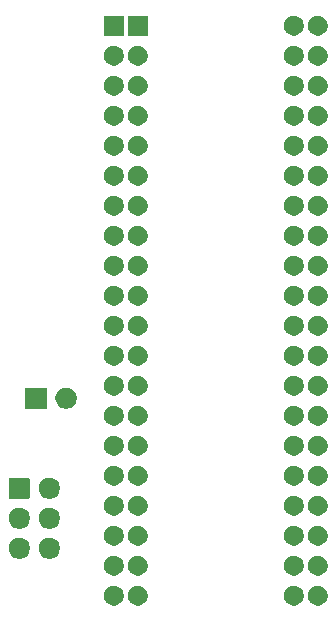
<source format=gbr>
G04 #@! TF.GenerationSoftware,KiCad,Pcbnew,5.1.5+dfsg1-2build2*
G04 #@! TF.CreationDate,2022-03-13T21:19:34-04:00*
G04 #@! TF.ProjectId,vdg_breakout,7664675f-6272-4656-916b-6f75742e6b69,rev?*
G04 #@! TF.SameCoordinates,Original*
G04 #@! TF.FileFunction,Soldermask,Top*
G04 #@! TF.FilePolarity,Negative*
%FSLAX46Y46*%
G04 Gerber Fmt 4.6, Leading zero omitted, Abs format (unit mm)*
G04 Created by KiCad (PCBNEW 5.1.5+dfsg1-2build2) date 2022-03-13 21:19:34*
%MOMM*%
%LPD*%
G04 APERTURE LIST*
%ADD10C,0.100000*%
G04 APERTURE END LIST*
D10*
G36*
X140488229Y-108066704D02*
G01*
X140643101Y-108130854D01*
X140782482Y-108223986D01*
X140901016Y-108342520D01*
X140994148Y-108481901D01*
X141058298Y-108636773D01*
X141091001Y-108801185D01*
X141091001Y-108968817D01*
X141058298Y-109133229D01*
X140994148Y-109288101D01*
X140901016Y-109427482D01*
X140782482Y-109546016D01*
X140643101Y-109639148D01*
X140488229Y-109703298D01*
X140323817Y-109736001D01*
X140156185Y-109736001D01*
X139991773Y-109703298D01*
X139836901Y-109639148D01*
X139697520Y-109546016D01*
X139578986Y-109427482D01*
X139485854Y-109288101D01*
X139421704Y-109133229D01*
X139389001Y-108968817D01*
X139389001Y-108801185D01*
X139421704Y-108636773D01*
X139485854Y-108481901D01*
X139578986Y-108342520D01*
X139697520Y-108223986D01*
X139836901Y-108130854D01*
X139991773Y-108066704D01*
X140156185Y-108034001D01*
X140323817Y-108034001D01*
X140488229Y-108066704D01*
G37*
G36*
X125248229Y-108066704D02*
G01*
X125403101Y-108130854D01*
X125542482Y-108223986D01*
X125661016Y-108342520D01*
X125754148Y-108481901D01*
X125818298Y-108636773D01*
X125851001Y-108801185D01*
X125851001Y-108968817D01*
X125818298Y-109133229D01*
X125754148Y-109288101D01*
X125661016Y-109427482D01*
X125542482Y-109546016D01*
X125403101Y-109639148D01*
X125248229Y-109703298D01*
X125083817Y-109736001D01*
X124916185Y-109736001D01*
X124751773Y-109703298D01*
X124596901Y-109639148D01*
X124457520Y-109546016D01*
X124338986Y-109427482D01*
X124245854Y-109288101D01*
X124181704Y-109133229D01*
X124149001Y-108968817D01*
X124149001Y-108801185D01*
X124181704Y-108636773D01*
X124245854Y-108481901D01*
X124338986Y-108342520D01*
X124457520Y-108223986D01*
X124596901Y-108130854D01*
X124751773Y-108066704D01*
X124916185Y-108034001D01*
X125083817Y-108034001D01*
X125248229Y-108066704D01*
G37*
G36*
X123223228Y-108066704D02*
G01*
X123378100Y-108130854D01*
X123517481Y-108223986D01*
X123636015Y-108342520D01*
X123729147Y-108481901D01*
X123793297Y-108636773D01*
X123826000Y-108801185D01*
X123826000Y-108968817D01*
X123793297Y-109133229D01*
X123729147Y-109288101D01*
X123636015Y-109427482D01*
X123517481Y-109546016D01*
X123378100Y-109639148D01*
X123223228Y-109703298D01*
X123058816Y-109736001D01*
X122891184Y-109736001D01*
X122726772Y-109703298D01*
X122571900Y-109639148D01*
X122432519Y-109546016D01*
X122313985Y-109427482D01*
X122220853Y-109288101D01*
X122156703Y-109133229D01*
X122124000Y-108968817D01*
X122124000Y-108801185D01*
X122156703Y-108636773D01*
X122220853Y-108481901D01*
X122313985Y-108342520D01*
X122432519Y-108223986D01*
X122571900Y-108130854D01*
X122726772Y-108066704D01*
X122891184Y-108034001D01*
X123058816Y-108034001D01*
X123223228Y-108066704D01*
G37*
G36*
X138463228Y-108066704D02*
G01*
X138618100Y-108130854D01*
X138757481Y-108223986D01*
X138876015Y-108342520D01*
X138969147Y-108481901D01*
X139033297Y-108636773D01*
X139066000Y-108801185D01*
X139066000Y-108968817D01*
X139033297Y-109133229D01*
X138969147Y-109288101D01*
X138876015Y-109427482D01*
X138757481Y-109546016D01*
X138618100Y-109639148D01*
X138463228Y-109703298D01*
X138298816Y-109736001D01*
X138131184Y-109736001D01*
X137966772Y-109703298D01*
X137811900Y-109639148D01*
X137672519Y-109546016D01*
X137553985Y-109427482D01*
X137460853Y-109288101D01*
X137396703Y-109133229D01*
X137364000Y-108968817D01*
X137364000Y-108801185D01*
X137396703Y-108636773D01*
X137460853Y-108481901D01*
X137553985Y-108342520D01*
X137672519Y-108223986D01*
X137811900Y-108130854D01*
X137966772Y-108066704D01*
X138131184Y-108034001D01*
X138298816Y-108034001D01*
X138463228Y-108066704D01*
G37*
G36*
X123223228Y-105526704D02*
G01*
X123378100Y-105590854D01*
X123517481Y-105683986D01*
X123636015Y-105802520D01*
X123729147Y-105941901D01*
X123793297Y-106096773D01*
X123826000Y-106261185D01*
X123826000Y-106428817D01*
X123793297Y-106593229D01*
X123729147Y-106748101D01*
X123636015Y-106887482D01*
X123517481Y-107006016D01*
X123378100Y-107099148D01*
X123223228Y-107163298D01*
X123058816Y-107196001D01*
X122891184Y-107196001D01*
X122726772Y-107163298D01*
X122571900Y-107099148D01*
X122432519Y-107006016D01*
X122313985Y-106887482D01*
X122220853Y-106748101D01*
X122156703Y-106593229D01*
X122124000Y-106428817D01*
X122124000Y-106261185D01*
X122156703Y-106096773D01*
X122220853Y-105941901D01*
X122313985Y-105802520D01*
X122432519Y-105683986D01*
X122571900Y-105590854D01*
X122726772Y-105526704D01*
X122891184Y-105494001D01*
X123058816Y-105494001D01*
X123223228Y-105526704D01*
G37*
G36*
X125248229Y-105526704D02*
G01*
X125403101Y-105590854D01*
X125542482Y-105683986D01*
X125661016Y-105802520D01*
X125754148Y-105941901D01*
X125818298Y-106096773D01*
X125851001Y-106261185D01*
X125851001Y-106428817D01*
X125818298Y-106593229D01*
X125754148Y-106748101D01*
X125661016Y-106887482D01*
X125542482Y-107006016D01*
X125403101Y-107099148D01*
X125248229Y-107163298D01*
X125083817Y-107196001D01*
X124916185Y-107196001D01*
X124751773Y-107163298D01*
X124596901Y-107099148D01*
X124457520Y-107006016D01*
X124338986Y-106887482D01*
X124245854Y-106748101D01*
X124181704Y-106593229D01*
X124149001Y-106428817D01*
X124149001Y-106261185D01*
X124181704Y-106096773D01*
X124245854Y-105941901D01*
X124338986Y-105802520D01*
X124457520Y-105683986D01*
X124596901Y-105590854D01*
X124751773Y-105526704D01*
X124916185Y-105494001D01*
X125083817Y-105494001D01*
X125248229Y-105526704D01*
G37*
G36*
X138463228Y-105526704D02*
G01*
X138618100Y-105590854D01*
X138757481Y-105683986D01*
X138876015Y-105802520D01*
X138969147Y-105941901D01*
X139033297Y-106096773D01*
X139066000Y-106261185D01*
X139066000Y-106428817D01*
X139033297Y-106593229D01*
X138969147Y-106748101D01*
X138876015Y-106887482D01*
X138757481Y-107006016D01*
X138618100Y-107099148D01*
X138463228Y-107163298D01*
X138298816Y-107196001D01*
X138131184Y-107196001D01*
X137966772Y-107163298D01*
X137811900Y-107099148D01*
X137672519Y-107006016D01*
X137553985Y-106887482D01*
X137460853Y-106748101D01*
X137396703Y-106593229D01*
X137364000Y-106428817D01*
X137364000Y-106261185D01*
X137396703Y-106096773D01*
X137460853Y-105941901D01*
X137553985Y-105802520D01*
X137672519Y-105683986D01*
X137811900Y-105590854D01*
X137966772Y-105526704D01*
X138131184Y-105494001D01*
X138298816Y-105494001D01*
X138463228Y-105526704D01*
G37*
G36*
X140488229Y-105526704D02*
G01*
X140643101Y-105590854D01*
X140782482Y-105683986D01*
X140901016Y-105802520D01*
X140994148Y-105941901D01*
X141058298Y-106096773D01*
X141091001Y-106261185D01*
X141091001Y-106428817D01*
X141058298Y-106593229D01*
X140994148Y-106748101D01*
X140901016Y-106887482D01*
X140782482Y-107006016D01*
X140643101Y-107099148D01*
X140488229Y-107163298D01*
X140323817Y-107196001D01*
X140156185Y-107196001D01*
X139991773Y-107163298D01*
X139836901Y-107099148D01*
X139697520Y-107006016D01*
X139578986Y-106887482D01*
X139485854Y-106748101D01*
X139421704Y-106593229D01*
X139389001Y-106428817D01*
X139389001Y-106261185D01*
X139421704Y-106096773D01*
X139485854Y-105941901D01*
X139578986Y-105802520D01*
X139697520Y-105683986D01*
X139836901Y-105590854D01*
X139991773Y-105526704D01*
X140156185Y-105494001D01*
X140323817Y-105494001D01*
X140488229Y-105526704D01*
G37*
G36*
X117628512Y-103983927D02*
G01*
X117777812Y-104013624D01*
X117941784Y-104081544D01*
X118089354Y-104180147D01*
X118214853Y-104305646D01*
X118313456Y-104453216D01*
X118381376Y-104617188D01*
X118416000Y-104791259D01*
X118416000Y-104968741D01*
X118381376Y-105142812D01*
X118313456Y-105306784D01*
X118214853Y-105454354D01*
X118089354Y-105579853D01*
X117941784Y-105678456D01*
X117777812Y-105746376D01*
X117628512Y-105776073D01*
X117603742Y-105781000D01*
X117426258Y-105781000D01*
X117401488Y-105776073D01*
X117252188Y-105746376D01*
X117088216Y-105678456D01*
X116940646Y-105579853D01*
X116815147Y-105454354D01*
X116716544Y-105306784D01*
X116648624Y-105142812D01*
X116614000Y-104968741D01*
X116614000Y-104791259D01*
X116648624Y-104617188D01*
X116716544Y-104453216D01*
X116815147Y-104305646D01*
X116940646Y-104180147D01*
X117088216Y-104081544D01*
X117252188Y-104013624D01*
X117401488Y-103983927D01*
X117426258Y-103979000D01*
X117603742Y-103979000D01*
X117628512Y-103983927D01*
G37*
G36*
X115088512Y-103983927D02*
G01*
X115237812Y-104013624D01*
X115401784Y-104081544D01*
X115549354Y-104180147D01*
X115674853Y-104305646D01*
X115773456Y-104453216D01*
X115841376Y-104617188D01*
X115876000Y-104791259D01*
X115876000Y-104968741D01*
X115841376Y-105142812D01*
X115773456Y-105306784D01*
X115674853Y-105454354D01*
X115549354Y-105579853D01*
X115401784Y-105678456D01*
X115237812Y-105746376D01*
X115088512Y-105776073D01*
X115063742Y-105781000D01*
X114886258Y-105781000D01*
X114861488Y-105776073D01*
X114712188Y-105746376D01*
X114548216Y-105678456D01*
X114400646Y-105579853D01*
X114275147Y-105454354D01*
X114176544Y-105306784D01*
X114108624Y-105142812D01*
X114074000Y-104968741D01*
X114074000Y-104791259D01*
X114108624Y-104617188D01*
X114176544Y-104453216D01*
X114275147Y-104305646D01*
X114400646Y-104180147D01*
X114548216Y-104081544D01*
X114712188Y-104013624D01*
X114861488Y-103983927D01*
X114886258Y-103979000D01*
X115063742Y-103979000D01*
X115088512Y-103983927D01*
G37*
G36*
X140488229Y-102986704D02*
G01*
X140643101Y-103050854D01*
X140782482Y-103143986D01*
X140901016Y-103262520D01*
X140994148Y-103401901D01*
X141058298Y-103556773D01*
X141091001Y-103721185D01*
X141091001Y-103888817D01*
X141058298Y-104053229D01*
X140994148Y-104208101D01*
X140901016Y-104347482D01*
X140782482Y-104466016D01*
X140643101Y-104559148D01*
X140488229Y-104623298D01*
X140323817Y-104656001D01*
X140156185Y-104656001D01*
X139991773Y-104623298D01*
X139836901Y-104559148D01*
X139697520Y-104466016D01*
X139578986Y-104347482D01*
X139485854Y-104208101D01*
X139421704Y-104053229D01*
X139389001Y-103888817D01*
X139389001Y-103721185D01*
X139421704Y-103556773D01*
X139485854Y-103401901D01*
X139578986Y-103262520D01*
X139697520Y-103143986D01*
X139836901Y-103050854D01*
X139991773Y-102986704D01*
X140156185Y-102954001D01*
X140323817Y-102954001D01*
X140488229Y-102986704D01*
G37*
G36*
X138463228Y-102986704D02*
G01*
X138618100Y-103050854D01*
X138757481Y-103143986D01*
X138876015Y-103262520D01*
X138969147Y-103401901D01*
X139033297Y-103556773D01*
X139066000Y-103721185D01*
X139066000Y-103888817D01*
X139033297Y-104053229D01*
X138969147Y-104208101D01*
X138876015Y-104347482D01*
X138757481Y-104466016D01*
X138618100Y-104559148D01*
X138463228Y-104623298D01*
X138298816Y-104656001D01*
X138131184Y-104656001D01*
X137966772Y-104623298D01*
X137811900Y-104559148D01*
X137672519Y-104466016D01*
X137553985Y-104347482D01*
X137460853Y-104208101D01*
X137396703Y-104053229D01*
X137364000Y-103888817D01*
X137364000Y-103721185D01*
X137396703Y-103556773D01*
X137460853Y-103401901D01*
X137553985Y-103262520D01*
X137672519Y-103143986D01*
X137811900Y-103050854D01*
X137966772Y-102986704D01*
X138131184Y-102954001D01*
X138298816Y-102954001D01*
X138463228Y-102986704D01*
G37*
G36*
X125248229Y-102986704D02*
G01*
X125403101Y-103050854D01*
X125542482Y-103143986D01*
X125661016Y-103262520D01*
X125754148Y-103401901D01*
X125818298Y-103556773D01*
X125851001Y-103721185D01*
X125851001Y-103888817D01*
X125818298Y-104053229D01*
X125754148Y-104208101D01*
X125661016Y-104347482D01*
X125542482Y-104466016D01*
X125403101Y-104559148D01*
X125248229Y-104623298D01*
X125083817Y-104656001D01*
X124916185Y-104656001D01*
X124751773Y-104623298D01*
X124596901Y-104559148D01*
X124457520Y-104466016D01*
X124338986Y-104347482D01*
X124245854Y-104208101D01*
X124181704Y-104053229D01*
X124149001Y-103888817D01*
X124149001Y-103721185D01*
X124181704Y-103556773D01*
X124245854Y-103401901D01*
X124338986Y-103262520D01*
X124457520Y-103143986D01*
X124596901Y-103050854D01*
X124751773Y-102986704D01*
X124916185Y-102954001D01*
X125083817Y-102954001D01*
X125248229Y-102986704D01*
G37*
G36*
X123223228Y-102986704D02*
G01*
X123378100Y-103050854D01*
X123517481Y-103143986D01*
X123636015Y-103262520D01*
X123729147Y-103401901D01*
X123793297Y-103556773D01*
X123826000Y-103721185D01*
X123826000Y-103888817D01*
X123793297Y-104053229D01*
X123729147Y-104208101D01*
X123636015Y-104347482D01*
X123517481Y-104466016D01*
X123378100Y-104559148D01*
X123223228Y-104623298D01*
X123058816Y-104656001D01*
X122891184Y-104656001D01*
X122726772Y-104623298D01*
X122571900Y-104559148D01*
X122432519Y-104466016D01*
X122313985Y-104347482D01*
X122220853Y-104208101D01*
X122156703Y-104053229D01*
X122124000Y-103888817D01*
X122124000Y-103721185D01*
X122156703Y-103556773D01*
X122220853Y-103401901D01*
X122313985Y-103262520D01*
X122432519Y-103143986D01*
X122571900Y-103050854D01*
X122726772Y-102986704D01*
X122891184Y-102954001D01*
X123058816Y-102954001D01*
X123223228Y-102986704D01*
G37*
G36*
X117628512Y-101443927D02*
G01*
X117777812Y-101473624D01*
X117941784Y-101541544D01*
X118089354Y-101640147D01*
X118214853Y-101765646D01*
X118313456Y-101913216D01*
X118381376Y-102077188D01*
X118416000Y-102251259D01*
X118416000Y-102428741D01*
X118381376Y-102602812D01*
X118313456Y-102766784D01*
X118214853Y-102914354D01*
X118089354Y-103039853D01*
X117941784Y-103138456D01*
X117777812Y-103206376D01*
X117628512Y-103236073D01*
X117603742Y-103241000D01*
X117426258Y-103241000D01*
X117401488Y-103236073D01*
X117252188Y-103206376D01*
X117088216Y-103138456D01*
X116940646Y-103039853D01*
X116815147Y-102914354D01*
X116716544Y-102766784D01*
X116648624Y-102602812D01*
X116614000Y-102428741D01*
X116614000Y-102251259D01*
X116648624Y-102077188D01*
X116716544Y-101913216D01*
X116815147Y-101765646D01*
X116940646Y-101640147D01*
X117088216Y-101541544D01*
X117252188Y-101473624D01*
X117401488Y-101443927D01*
X117426258Y-101439000D01*
X117603742Y-101439000D01*
X117628512Y-101443927D01*
G37*
G36*
X115088512Y-101443927D02*
G01*
X115237812Y-101473624D01*
X115401784Y-101541544D01*
X115549354Y-101640147D01*
X115674853Y-101765646D01*
X115773456Y-101913216D01*
X115841376Y-102077188D01*
X115876000Y-102251259D01*
X115876000Y-102428741D01*
X115841376Y-102602812D01*
X115773456Y-102766784D01*
X115674853Y-102914354D01*
X115549354Y-103039853D01*
X115401784Y-103138456D01*
X115237812Y-103206376D01*
X115088512Y-103236073D01*
X115063742Y-103241000D01*
X114886258Y-103241000D01*
X114861488Y-103236073D01*
X114712188Y-103206376D01*
X114548216Y-103138456D01*
X114400646Y-103039853D01*
X114275147Y-102914354D01*
X114176544Y-102766784D01*
X114108624Y-102602812D01*
X114074000Y-102428741D01*
X114074000Y-102251259D01*
X114108624Y-102077188D01*
X114176544Y-101913216D01*
X114275147Y-101765646D01*
X114400646Y-101640147D01*
X114548216Y-101541544D01*
X114712188Y-101473624D01*
X114861488Y-101443927D01*
X114886258Y-101439000D01*
X115063742Y-101439000D01*
X115088512Y-101443927D01*
G37*
G36*
X123223228Y-100446704D02*
G01*
X123378100Y-100510854D01*
X123517481Y-100603986D01*
X123636015Y-100722520D01*
X123729147Y-100861901D01*
X123793297Y-101016773D01*
X123826000Y-101181185D01*
X123826000Y-101348817D01*
X123793297Y-101513229D01*
X123729147Y-101668101D01*
X123636015Y-101807482D01*
X123517481Y-101926016D01*
X123378100Y-102019148D01*
X123223228Y-102083298D01*
X123058816Y-102116001D01*
X122891184Y-102116001D01*
X122726772Y-102083298D01*
X122571900Y-102019148D01*
X122432519Y-101926016D01*
X122313985Y-101807482D01*
X122220853Y-101668101D01*
X122156703Y-101513229D01*
X122124000Y-101348817D01*
X122124000Y-101181185D01*
X122156703Y-101016773D01*
X122220853Y-100861901D01*
X122313985Y-100722520D01*
X122432519Y-100603986D01*
X122571900Y-100510854D01*
X122726772Y-100446704D01*
X122891184Y-100414001D01*
X123058816Y-100414001D01*
X123223228Y-100446704D01*
G37*
G36*
X138463228Y-100446704D02*
G01*
X138618100Y-100510854D01*
X138757481Y-100603986D01*
X138876015Y-100722520D01*
X138969147Y-100861901D01*
X139033297Y-101016773D01*
X139066000Y-101181185D01*
X139066000Y-101348817D01*
X139033297Y-101513229D01*
X138969147Y-101668101D01*
X138876015Y-101807482D01*
X138757481Y-101926016D01*
X138618100Y-102019148D01*
X138463228Y-102083298D01*
X138298816Y-102116001D01*
X138131184Y-102116001D01*
X137966772Y-102083298D01*
X137811900Y-102019148D01*
X137672519Y-101926016D01*
X137553985Y-101807482D01*
X137460853Y-101668101D01*
X137396703Y-101513229D01*
X137364000Y-101348817D01*
X137364000Y-101181185D01*
X137396703Y-101016773D01*
X137460853Y-100861901D01*
X137553985Y-100722520D01*
X137672519Y-100603986D01*
X137811900Y-100510854D01*
X137966772Y-100446704D01*
X138131184Y-100414001D01*
X138298816Y-100414001D01*
X138463228Y-100446704D01*
G37*
G36*
X125248229Y-100446704D02*
G01*
X125403101Y-100510854D01*
X125542482Y-100603986D01*
X125661016Y-100722520D01*
X125754148Y-100861901D01*
X125818298Y-101016773D01*
X125851001Y-101181185D01*
X125851001Y-101348817D01*
X125818298Y-101513229D01*
X125754148Y-101668101D01*
X125661016Y-101807482D01*
X125542482Y-101926016D01*
X125403101Y-102019148D01*
X125248229Y-102083298D01*
X125083817Y-102116001D01*
X124916185Y-102116001D01*
X124751773Y-102083298D01*
X124596901Y-102019148D01*
X124457520Y-101926016D01*
X124338986Y-101807482D01*
X124245854Y-101668101D01*
X124181704Y-101513229D01*
X124149001Y-101348817D01*
X124149001Y-101181185D01*
X124181704Y-101016773D01*
X124245854Y-100861901D01*
X124338986Y-100722520D01*
X124457520Y-100603986D01*
X124596901Y-100510854D01*
X124751773Y-100446704D01*
X124916185Y-100414001D01*
X125083817Y-100414001D01*
X125248229Y-100446704D01*
G37*
G36*
X140488229Y-100446704D02*
G01*
X140643101Y-100510854D01*
X140782482Y-100603986D01*
X140901016Y-100722520D01*
X140994148Y-100861901D01*
X141058298Y-101016773D01*
X141091001Y-101181185D01*
X141091001Y-101348817D01*
X141058298Y-101513229D01*
X140994148Y-101668101D01*
X140901016Y-101807482D01*
X140782482Y-101926016D01*
X140643101Y-102019148D01*
X140488229Y-102083298D01*
X140323817Y-102116001D01*
X140156185Y-102116001D01*
X139991773Y-102083298D01*
X139836901Y-102019148D01*
X139697520Y-101926016D01*
X139578986Y-101807482D01*
X139485854Y-101668101D01*
X139421704Y-101513229D01*
X139389001Y-101348817D01*
X139389001Y-101181185D01*
X139421704Y-101016773D01*
X139485854Y-100861901D01*
X139578986Y-100722520D01*
X139697520Y-100603986D01*
X139836901Y-100510854D01*
X139991773Y-100446704D01*
X140156185Y-100414001D01*
X140323817Y-100414001D01*
X140488229Y-100446704D01*
G37*
G36*
X117623796Y-98902989D02*
G01*
X117777812Y-98933624D01*
X117941784Y-99001544D01*
X118089354Y-99100147D01*
X118214853Y-99225646D01*
X118313456Y-99373216D01*
X118381376Y-99537188D01*
X118416000Y-99711259D01*
X118416000Y-99888741D01*
X118381376Y-100062812D01*
X118313456Y-100226784D01*
X118214853Y-100374354D01*
X118089354Y-100499853D01*
X117941784Y-100598456D01*
X117777812Y-100666376D01*
X117629341Y-100695908D01*
X117603742Y-100701000D01*
X117426258Y-100701000D01*
X117400659Y-100695908D01*
X117252188Y-100666376D01*
X117088216Y-100598456D01*
X116940646Y-100499853D01*
X116815147Y-100374354D01*
X116716544Y-100226784D01*
X116648624Y-100062812D01*
X116614000Y-99888741D01*
X116614000Y-99711259D01*
X116648624Y-99537188D01*
X116716544Y-99373216D01*
X116815147Y-99225646D01*
X116940646Y-99100147D01*
X117088216Y-99001544D01*
X117252188Y-98933624D01*
X117406204Y-98902989D01*
X117426258Y-98899000D01*
X117603742Y-98899000D01*
X117623796Y-98902989D01*
G37*
G36*
X115733600Y-98902989D02*
G01*
X115766652Y-98913015D01*
X115797103Y-98929292D01*
X115823799Y-98951201D01*
X115845708Y-98977897D01*
X115861985Y-99008348D01*
X115872011Y-99041400D01*
X115876000Y-99081903D01*
X115876000Y-100518097D01*
X115872011Y-100558600D01*
X115861985Y-100591652D01*
X115845708Y-100622103D01*
X115823799Y-100648799D01*
X115797103Y-100670708D01*
X115766652Y-100686985D01*
X115733600Y-100697011D01*
X115693097Y-100701000D01*
X114256903Y-100701000D01*
X114216400Y-100697011D01*
X114183348Y-100686985D01*
X114152897Y-100670708D01*
X114126201Y-100648799D01*
X114104292Y-100622103D01*
X114088015Y-100591652D01*
X114077989Y-100558600D01*
X114074000Y-100518097D01*
X114074000Y-99081903D01*
X114077989Y-99041400D01*
X114088015Y-99008348D01*
X114104292Y-98977897D01*
X114126201Y-98951201D01*
X114152897Y-98929292D01*
X114183348Y-98913015D01*
X114216400Y-98902989D01*
X114256903Y-98899000D01*
X115693097Y-98899000D01*
X115733600Y-98902989D01*
G37*
G36*
X125248229Y-97906704D02*
G01*
X125403101Y-97970854D01*
X125542482Y-98063986D01*
X125661016Y-98182520D01*
X125754148Y-98321901D01*
X125818298Y-98476773D01*
X125851001Y-98641185D01*
X125851001Y-98808817D01*
X125818298Y-98973229D01*
X125754148Y-99128101D01*
X125661016Y-99267482D01*
X125542482Y-99386016D01*
X125403101Y-99479148D01*
X125248229Y-99543298D01*
X125083817Y-99576001D01*
X124916185Y-99576001D01*
X124751773Y-99543298D01*
X124596901Y-99479148D01*
X124457520Y-99386016D01*
X124338986Y-99267482D01*
X124245854Y-99128101D01*
X124181704Y-98973229D01*
X124149001Y-98808817D01*
X124149001Y-98641185D01*
X124181704Y-98476773D01*
X124245854Y-98321901D01*
X124338986Y-98182520D01*
X124457520Y-98063986D01*
X124596901Y-97970854D01*
X124751773Y-97906704D01*
X124916185Y-97874001D01*
X125083817Y-97874001D01*
X125248229Y-97906704D01*
G37*
G36*
X123223228Y-97906704D02*
G01*
X123378100Y-97970854D01*
X123517481Y-98063986D01*
X123636015Y-98182520D01*
X123729147Y-98321901D01*
X123793297Y-98476773D01*
X123826000Y-98641185D01*
X123826000Y-98808817D01*
X123793297Y-98973229D01*
X123729147Y-99128101D01*
X123636015Y-99267482D01*
X123517481Y-99386016D01*
X123378100Y-99479148D01*
X123223228Y-99543298D01*
X123058816Y-99576001D01*
X122891184Y-99576001D01*
X122726772Y-99543298D01*
X122571900Y-99479148D01*
X122432519Y-99386016D01*
X122313985Y-99267482D01*
X122220853Y-99128101D01*
X122156703Y-98973229D01*
X122124000Y-98808817D01*
X122124000Y-98641185D01*
X122156703Y-98476773D01*
X122220853Y-98321901D01*
X122313985Y-98182520D01*
X122432519Y-98063986D01*
X122571900Y-97970854D01*
X122726772Y-97906704D01*
X122891184Y-97874001D01*
X123058816Y-97874001D01*
X123223228Y-97906704D01*
G37*
G36*
X140488229Y-97906704D02*
G01*
X140643101Y-97970854D01*
X140782482Y-98063986D01*
X140901016Y-98182520D01*
X140994148Y-98321901D01*
X141058298Y-98476773D01*
X141091001Y-98641185D01*
X141091001Y-98808817D01*
X141058298Y-98973229D01*
X140994148Y-99128101D01*
X140901016Y-99267482D01*
X140782482Y-99386016D01*
X140643101Y-99479148D01*
X140488229Y-99543298D01*
X140323817Y-99576001D01*
X140156185Y-99576001D01*
X139991773Y-99543298D01*
X139836901Y-99479148D01*
X139697520Y-99386016D01*
X139578986Y-99267482D01*
X139485854Y-99128101D01*
X139421704Y-98973229D01*
X139389001Y-98808817D01*
X139389001Y-98641185D01*
X139421704Y-98476773D01*
X139485854Y-98321901D01*
X139578986Y-98182520D01*
X139697520Y-98063986D01*
X139836901Y-97970854D01*
X139991773Y-97906704D01*
X140156185Y-97874001D01*
X140323817Y-97874001D01*
X140488229Y-97906704D01*
G37*
G36*
X138463228Y-97906704D02*
G01*
X138618100Y-97970854D01*
X138757481Y-98063986D01*
X138876015Y-98182520D01*
X138969147Y-98321901D01*
X139033297Y-98476773D01*
X139066000Y-98641185D01*
X139066000Y-98808817D01*
X139033297Y-98973229D01*
X138969147Y-99128101D01*
X138876015Y-99267482D01*
X138757481Y-99386016D01*
X138618100Y-99479148D01*
X138463228Y-99543298D01*
X138298816Y-99576001D01*
X138131184Y-99576001D01*
X137966772Y-99543298D01*
X137811900Y-99479148D01*
X137672519Y-99386016D01*
X137553985Y-99267482D01*
X137460853Y-99128101D01*
X137396703Y-98973229D01*
X137364000Y-98808817D01*
X137364000Y-98641185D01*
X137396703Y-98476773D01*
X137460853Y-98321901D01*
X137553985Y-98182520D01*
X137672519Y-98063986D01*
X137811900Y-97970854D01*
X137966772Y-97906704D01*
X138131184Y-97874001D01*
X138298816Y-97874001D01*
X138463228Y-97906704D01*
G37*
G36*
X125248229Y-95366704D02*
G01*
X125403101Y-95430854D01*
X125542482Y-95523986D01*
X125661016Y-95642520D01*
X125754148Y-95781901D01*
X125818298Y-95936773D01*
X125851001Y-96101185D01*
X125851001Y-96268817D01*
X125818298Y-96433229D01*
X125754148Y-96588101D01*
X125661016Y-96727482D01*
X125542482Y-96846016D01*
X125403101Y-96939148D01*
X125248229Y-97003298D01*
X125083817Y-97036001D01*
X124916185Y-97036001D01*
X124751773Y-97003298D01*
X124596901Y-96939148D01*
X124457520Y-96846016D01*
X124338986Y-96727482D01*
X124245854Y-96588101D01*
X124181704Y-96433229D01*
X124149001Y-96268817D01*
X124149001Y-96101185D01*
X124181704Y-95936773D01*
X124245854Y-95781901D01*
X124338986Y-95642520D01*
X124457520Y-95523986D01*
X124596901Y-95430854D01*
X124751773Y-95366704D01*
X124916185Y-95334001D01*
X125083817Y-95334001D01*
X125248229Y-95366704D01*
G37*
G36*
X140488229Y-95366704D02*
G01*
X140643101Y-95430854D01*
X140782482Y-95523986D01*
X140901016Y-95642520D01*
X140994148Y-95781901D01*
X141058298Y-95936773D01*
X141091001Y-96101185D01*
X141091001Y-96268817D01*
X141058298Y-96433229D01*
X140994148Y-96588101D01*
X140901016Y-96727482D01*
X140782482Y-96846016D01*
X140643101Y-96939148D01*
X140488229Y-97003298D01*
X140323817Y-97036001D01*
X140156185Y-97036001D01*
X139991773Y-97003298D01*
X139836901Y-96939148D01*
X139697520Y-96846016D01*
X139578986Y-96727482D01*
X139485854Y-96588101D01*
X139421704Y-96433229D01*
X139389001Y-96268817D01*
X139389001Y-96101185D01*
X139421704Y-95936773D01*
X139485854Y-95781901D01*
X139578986Y-95642520D01*
X139697520Y-95523986D01*
X139836901Y-95430854D01*
X139991773Y-95366704D01*
X140156185Y-95334001D01*
X140323817Y-95334001D01*
X140488229Y-95366704D01*
G37*
G36*
X138463228Y-95366704D02*
G01*
X138618100Y-95430854D01*
X138757481Y-95523986D01*
X138876015Y-95642520D01*
X138969147Y-95781901D01*
X139033297Y-95936773D01*
X139066000Y-96101185D01*
X139066000Y-96268817D01*
X139033297Y-96433229D01*
X138969147Y-96588101D01*
X138876015Y-96727482D01*
X138757481Y-96846016D01*
X138618100Y-96939148D01*
X138463228Y-97003298D01*
X138298816Y-97036001D01*
X138131184Y-97036001D01*
X137966772Y-97003298D01*
X137811900Y-96939148D01*
X137672519Y-96846016D01*
X137553985Y-96727482D01*
X137460853Y-96588101D01*
X137396703Y-96433229D01*
X137364000Y-96268817D01*
X137364000Y-96101185D01*
X137396703Y-95936773D01*
X137460853Y-95781901D01*
X137553985Y-95642520D01*
X137672519Y-95523986D01*
X137811900Y-95430854D01*
X137966772Y-95366704D01*
X138131184Y-95334001D01*
X138298816Y-95334001D01*
X138463228Y-95366704D01*
G37*
G36*
X123223228Y-95366704D02*
G01*
X123378100Y-95430854D01*
X123517481Y-95523986D01*
X123636015Y-95642520D01*
X123729147Y-95781901D01*
X123793297Y-95936773D01*
X123826000Y-96101185D01*
X123826000Y-96268817D01*
X123793297Y-96433229D01*
X123729147Y-96588101D01*
X123636015Y-96727482D01*
X123517481Y-96846016D01*
X123378100Y-96939148D01*
X123223228Y-97003298D01*
X123058816Y-97036001D01*
X122891184Y-97036001D01*
X122726772Y-97003298D01*
X122571900Y-96939148D01*
X122432519Y-96846016D01*
X122313985Y-96727482D01*
X122220853Y-96588101D01*
X122156703Y-96433229D01*
X122124000Y-96268817D01*
X122124000Y-96101185D01*
X122156703Y-95936773D01*
X122220853Y-95781901D01*
X122313985Y-95642520D01*
X122432519Y-95523986D01*
X122571900Y-95430854D01*
X122726772Y-95366704D01*
X122891184Y-95334001D01*
X123058816Y-95334001D01*
X123223228Y-95366704D01*
G37*
G36*
X140488229Y-92826704D02*
G01*
X140643101Y-92890854D01*
X140782482Y-92983986D01*
X140901016Y-93102520D01*
X140994148Y-93241901D01*
X141058298Y-93396773D01*
X141091001Y-93561185D01*
X141091001Y-93728817D01*
X141058298Y-93893229D01*
X140994148Y-94048101D01*
X140901016Y-94187482D01*
X140782482Y-94306016D01*
X140643101Y-94399148D01*
X140488229Y-94463298D01*
X140323817Y-94496001D01*
X140156185Y-94496001D01*
X139991773Y-94463298D01*
X139836901Y-94399148D01*
X139697520Y-94306016D01*
X139578986Y-94187482D01*
X139485854Y-94048101D01*
X139421704Y-93893229D01*
X139389001Y-93728817D01*
X139389001Y-93561185D01*
X139421704Y-93396773D01*
X139485854Y-93241901D01*
X139578986Y-93102520D01*
X139697520Y-92983986D01*
X139836901Y-92890854D01*
X139991773Y-92826704D01*
X140156185Y-92794001D01*
X140323817Y-92794001D01*
X140488229Y-92826704D01*
G37*
G36*
X138463228Y-92826704D02*
G01*
X138618100Y-92890854D01*
X138757481Y-92983986D01*
X138876015Y-93102520D01*
X138969147Y-93241901D01*
X139033297Y-93396773D01*
X139066000Y-93561185D01*
X139066000Y-93728817D01*
X139033297Y-93893229D01*
X138969147Y-94048101D01*
X138876015Y-94187482D01*
X138757481Y-94306016D01*
X138618100Y-94399148D01*
X138463228Y-94463298D01*
X138298816Y-94496001D01*
X138131184Y-94496001D01*
X137966772Y-94463298D01*
X137811900Y-94399148D01*
X137672519Y-94306016D01*
X137553985Y-94187482D01*
X137460853Y-94048101D01*
X137396703Y-93893229D01*
X137364000Y-93728817D01*
X137364000Y-93561185D01*
X137396703Y-93396773D01*
X137460853Y-93241901D01*
X137553985Y-93102520D01*
X137672519Y-92983986D01*
X137811900Y-92890854D01*
X137966772Y-92826704D01*
X138131184Y-92794001D01*
X138298816Y-92794001D01*
X138463228Y-92826704D01*
G37*
G36*
X123223228Y-92826704D02*
G01*
X123378100Y-92890854D01*
X123517481Y-92983986D01*
X123636015Y-93102520D01*
X123729147Y-93241901D01*
X123793297Y-93396773D01*
X123826000Y-93561185D01*
X123826000Y-93728817D01*
X123793297Y-93893229D01*
X123729147Y-94048101D01*
X123636015Y-94187482D01*
X123517481Y-94306016D01*
X123378100Y-94399148D01*
X123223228Y-94463298D01*
X123058816Y-94496001D01*
X122891184Y-94496001D01*
X122726772Y-94463298D01*
X122571900Y-94399148D01*
X122432519Y-94306016D01*
X122313985Y-94187482D01*
X122220853Y-94048101D01*
X122156703Y-93893229D01*
X122124000Y-93728817D01*
X122124000Y-93561185D01*
X122156703Y-93396773D01*
X122220853Y-93241901D01*
X122313985Y-93102520D01*
X122432519Y-92983986D01*
X122571900Y-92890854D01*
X122726772Y-92826704D01*
X122891184Y-92794001D01*
X123058816Y-92794001D01*
X123223228Y-92826704D01*
G37*
G36*
X125248229Y-92826704D02*
G01*
X125403101Y-92890854D01*
X125542482Y-92983986D01*
X125661016Y-93102520D01*
X125754148Y-93241901D01*
X125818298Y-93396773D01*
X125851001Y-93561185D01*
X125851001Y-93728817D01*
X125818298Y-93893229D01*
X125754148Y-94048101D01*
X125661016Y-94187482D01*
X125542482Y-94306016D01*
X125403101Y-94399148D01*
X125248229Y-94463298D01*
X125083817Y-94496001D01*
X124916185Y-94496001D01*
X124751773Y-94463298D01*
X124596901Y-94399148D01*
X124457520Y-94306016D01*
X124338986Y-94187482D01*
X124245854Y-94048101D01*
X124181704Y-93893229D01*
X124149001Y-93728817D01*
X124149001Y-93561185D01*
X124181704Y-93396773D01*
X124245854Y-93241901D01*
X124338986Y-93102520D01*
X124457520Y-92983986D01*
X124596901Y-92890854D01*
X124751773Y-92826704D01*
X124916185Y-92794001D01*
X125083817Y-92794001D01*
X125248229Y-92826704D01*
G37*
G36*
X117301000Y-93076000D02*
G01*
X115499000Y-93076000D01*
X115499000Y-91274000D01*
X117301000Y-91274000D01*
X117301000Y-93076000D01*
G37*
G36*
X119053512Y-91278927D02*
G01*
X119202812Y-91308624D01*
X119366784Y-91376544D01*
X119514354Y-91475147D01*
X119639853Y-91600646D01*
X119738456Y-91748216D01*
X119806376Y-91912188D01*
X119841000Y-92086259D01*
X119841000Y-92263741D01*
X119806376Y-92437812D01*
X119738456Y-92601784D01*
X119639853Y-92749354D01*
X119514354Y-92874853D01*
X119366784Y-92973456D01*
X119202812Y-93041376D01*
X119053512Y-93071073D01*
X119028742Y-93076000D01*
X118851258Y-93076000D01*
X118826488Y-93071073D01*
X118677188Y-93041376D01*
X118513216Y-92973456D01*
X118365646Y-92874853D01*
X118240147Y-92749354D01*
X118141544Y-92601784D01*
X118073624Y-92437812D01*
X118039000Y-92263741D01*
X118039000Y-92086259D01*
X118073624Y-91912188D01*
X118141544Y-91748216D01*
X118240147Y-91600646D01*
X118365646Y-91475147D01*
X118513216Y-91376544D01*
X118677188Y-91308624D01*
X118826488Y-91278927D01*
X118851258Y-91274000D01*
X119028742Y-91274000D01*
X119053512Y-91278927D01*
G37*
G36*
X140488229Y-90286704D02*
G01*
X140643101Y-90350854D01*
X140782482Y-90443986D01*
X140901016Y-90562520D01*
X140994148Y-90701901D01*
X141058298Y-90856773D01*
X141091001Y-91021185D01*
X141091001Y-91188817D01*
X141058298Y-91353229D01*
X140994148Y-91508101D01*
X140901016Y-91647482D01*
X140782482Y-91766016D01*
X140643101Y-91859148D01*
X140488229Y-91923298D01*
X140323817Y-91956001D01*
X140156185Y-91956001D01*
X139991773Y-91923298D01*
X139836901Y-91859148D01*
X139697520Y-91766016D01*
X139578986Y-91647482D01*
X139485854Y-91508101D01*
X139421704Y-91353229D01*
X139389001Y-91188817D01*
X139389001Y-91021185D01*
X139421704Y-90856773D01*
X139485854Y-90701901D01*
X139578986Y-90562520D01*
X139697520Y-90443986D01*
X139836901Y-90350854D01*
X139991773Y-90286704D01*
X140156185Y-90254001D01*
X140323817Y-90254001D01*
X140488229Y-90286704D01*
G37*
G36*
X125248229Y-90286704D02*
G01*
X125403101Y-90350854D01*
X125542482Y-90443986D01*
X125661016Y-90562520D01*
X125754148Y-90701901D01*
X125818298Y-90856773D01*
X125851001Y-91021185D01*
X125851001Y-91188817D01*
X125818298Y-91353229D01*
X125754148Y-91508101D01*
X125661016Y-91647482D01*
X125542482Y-91766016D01*
X125403101Y-91859148D01*
X125248229Y-91923298D01*
X125083817Y-91956001D01*
X124916185Y-91956001D01*
X124751773Y-91923298D01*
X124596901Y-91859148D01*
X124457520Y-91766016D01*
X124338986Y-91647482D01*
X124245854Y-91508101D01*
X124181704Y-91353229D01*
X124149001Y-91188817D01*
X124149001Y-91021185D01*
X124181704Y-90856773D01*
X124245854Y-90701901D01*
X124338986Y-90562520D01*
X124457520Y-90443986D01*
X124596901Y-90350854D01*
X124751773Y-90286704D01*
X124916185Y-90254001D01*
X125083817Y-90254001D01*
X125248229Y-90286704D01*
G37*
G36*
X138463228Y-90286704D02*
G01*
X138618100Y-90350854D01*
X138757481Y-90443986D01*
X138876015Y-90562520D01*
X138969147Y-90701901D01*
X139033297Y-90856773D01*
X139066000Y-91021185D01*
X139066000Y-91188817D01*
X139033297Y-91353229D01*
X138969147Y-91508101D01*
X138876015Y-91647482D01*
X138757481Y-91766016D01*
X138618100Y-91859148D01*
X138463228Y-91923298D01*
X138298816Y-91956001D01*
X138131184Y-91956001D01*
X137966772Y-91923298D01*
X137811900Y-91859148D01*
X137672519Y-91766016D01*
X137553985Y-91647482D01*
X137460853Y-91508101D01*
X137396703Y-91353229D01*
X137364000Y-91188817D01*
X137364000Y-91021185D01*
X137396703Y-90856773D01*
X137460853Y-90701901D01*
X137553985Y-90562520D01*
X137672519Y-90443986D01*
X137811900Y-90350854D01*
X137966772Y-90286704D01*
X138131184Y-90254001D01*
X138298816Y-90254001D01*
X138463228Y-90286704D01*
G37*
G36*
X123223228Y-90286704D02*
G01*
X123378100Y-90350854D01*
X123517481Y-90443986D01*
X123636015Y-90562520D01*
X123729147Y-90701901D01*
X123793297Y-90856773D01*
X123826000Y-91021185D01*
X123826000Y-91188817D01*
X123793297Y-91353229D01*
X123729147Y-91508101D01*
X123636015Y-91647482D01*
X123517481Y-91766016D01*
X123378100Y-91859148D01*
X123223228Y-91923298D01*
X123058816Y-91956001D01*
X122891184Y-91956001D01*
X122726772Y-91923298D01*
X122571900Y-91859148D01*
X122432519Y-91766016D01*
X122313985Y-91647482D01*
X122220853Y-91508101D01*
X122156703Y-91353229D01*
X122124000Y-91188817D01*
X122124000Y-91021185D01*
X122156703Y-90856773D01*
X122220853Y-90701901D01*
X122313985Y-90562520D01*
X122432519Y-90443986D01*
X122571900Y-90350854D01*
X122726772Y-90286704D01*
X122891184Y-90254001D01*
X123058816Y-90254001D01*
X123223228Y-90286704D01*
G37*
G36*
X140488229Y-87746704D02*
G01*
X140643101Y-87810854D01*
X140782482Y-87903986D01*
X140901016Y-88022520D01*
X140994148Y-88161901D01*
X141058298Y-88316773D01*
X141091001Y-88481185D01*
X141091001Y-88648817D01*
X141058298Y-88813229D01*
X140994148Y-88968101D01*
X140901016Y-89107482D01*
X140782482Y-89226016D01*
X140643101Y-89319148D01*
X140488229Y-89383298D01*
X140323817Y-89416001D01*
X140156185Y-89416001D01*
X139991773Y-89383298D01*
X139836901Y-89319148D01*
X139697520Y-89226016D01*
X139578986Y-89107482D01*
X139485854Y-88968101D01*
X139421704Y-88813229D01*
X139389001Y-88648817D01*
X139389001Y-88481185D01*
X139421704Y-88316773D01*
X139485854Y-88161901D01*
X139578986Y-88022520D01*
X139697520Y-87903986D01*
X139836901Y-87810854D01*
X139991773Y-87746704D01*
X140156185Y-87714001D01*
X140323817Y-87714001D01*
X140488229Y-87746704D01*
G37*
G36*
X125248229Y-87746704D02*
G01*
X125403101Y-87810854D01*
X125542482Y-87903986D01*
X125661016Y-88022520D01*
X125754148Y-88161901D01*
X125818298Y-88316773D01*
X125851001Y-88481185D01*
X125851001Y-88648817D01*
X125818298Y-88813229D01*
X125754148Y-88968101D01*
X125661016Y-89107482D01*
X125542482Y-89226016D01*
X125403101Y-89319148D01*
X125248229Y-89383298D01*
X125083817Y-89416001D01*
X124916185Y-89416001D01*
X124751773Y-89383298D01*
X124596901Y-89319148D01*
X124457520Y-89226016D01*
X124338986Y-89107482D01*
X124245854Y-88968101D01*
X124181704Y-88813229D01*
X124149001Y-88648817D01*
X124149001Y-88481185D01*
X124181704Y-88316773D01*
X124245854Y-88161901D01*
X124338986Y-88022520D01*
X124457520Y-87903986D01*
X124596901Y-87810854D01*
X124751773Y-87746704D01*
X124916185Y-87714001D01*
X125083817Y-87714001D01*
X125248229Y-87746704D01*
G37*
G36*
X138463228Y-87746704D02*
G01*
X138618100Y-87810854D01*
X138757481Y-87903986D01*
X138876015Y-88022520D01*
X138969147Y-88161901D01*
X139033297Y-88316773D01*
X139066000Y-88481185D01*
X139066000Y-88648817D01*
X139033297Y-88813229D01*
X138969147Y-88968101D01*
X138876015Y-89107482D01*
X138757481Y-89226016D01*
X138618100Y-89319148D01*
X138463228Y-89383298D01*
X138298816Y-89416001D01*
X138131184Y-89416001D01*
X137966772Y-89383298D01*
X137811900Y-89319148D01*
X137672519Y-89226016D01*
X137553985Y-89107482D01*
X137460853Y-88968101D01*
X137396703Y-88813229D01*
X137364000Y-88648817D01*
X137364000Y-88481185D01*
X137396703Y-88316773D01*
X137460853Y-88161901D01*
X137553985Y-88022520D01*
X137672519Y-87903986D01*
X137811900Y-87810854D01*
X137966772Y-87746704D01*
X138131184Y-87714001D01*
X138298816Y-87714001D01*
X138463228Y-87746704D01*
G37*
G36*
X123223228Y-87746704D02*
G01*
X123378100Y-87810854D01*
X123517481Y-87903986D01*
X123636015Y-88022520D01*
X123729147Y-88161901D01*
X123793297Y-88316773D01*
X123826000Y-88481185D01*
X123826000Y-88648817D01*
X123793297Y-88813229D01*
X123729147Y-88968101D01*
X123636015Y-89107482D01*
X123517481Y-89226016D01*
X123378100Y-89319148D01*
X123223228Y-89383298D01*
X123058816Y-89416001D01*
X122891184Y-89416001D01*
X122726772Y-89383298D01*
X122571900Y-89319148D01*
X122432519Y-89226016D01*
X122313985Y-89107482D01*
X122220853Y-88968101D01*
X122156703Y-88813229D01*
X122124000Y-88648817D01*
X122124000Y-88481185D01*
X122156703Y-88316773D01*
X122220853Y-88161901D01*
X122313985Y-88022520D01*
X122432519Y-87903986D01*
X122571900Y-87810854D01*
X122726772Y-87746704D01*
X122891184Y-87714001D01*
X123058816Y-87714001D01*
X123223228Y-87746704D01*
G37*
G36*
X140488229Y-85206704D02*
G01*
X140643101Y-85270854D01*
X140782482Y-85363986D01*
X140901016Y-85482520D01*
X140994148Y-85621901D01*
X141058298Y-85776773D01*
X141091001Y-85941185D01*
X141091001Y-86108817D01*
X141058298Y-86273229D01*
X140994148Y-86428101D01*
X140901016Y-86567482D01*
X140782482Y-86686016D01*
X140643101Y-86779148D01*
X140488229Y-86843298D01*
X140323817Y-86876001D01*
X140156185Y-86876001D01*
X139991773Y-86843298D01*
X139836901Y-86779148D01*
X139697520Y-86686016D01*
X139578986Y-86567482D01*
X139485854Y-86428101D01*
X139421704Y-86273229D01*
X139389001Y-86108817D01*
X139389001Y-85941185D01*
X139421704Y-85776773D01*
X139485854Y-85621901D01*
X139578986Y-85482520D01*
X139697520Y-85363986D01*
X139836901Y-85270854D01*
X139991773Y-85206704D01*
X140156185Y-85174001D01*
X140323817Y-85174001D01*
X140488229Y-85206704D01*
G37*
G36*
X125248229Y-85206704D02*
G01*
X125403101Y-85270854D01*
X125542482Y-85363986D01*
X125661016Y-85482520D01*
X125754148Y-85621901D01*
X125818298Y-85776773D01*
X125851001Y-85941185D01*
X125851001Y-86108817D01*
X125818298Y-86273229D01*
X125754148Y-86428101D01*
X125661016Y-86567482D01*
X125542482Y-86686016D01*
X125403101Y-86779148D01*
X125248229Y-86843298D01*
X125083817Y-86876001D01*
X124916185Y-86876001D01*
X124751773Y-86843298D01*
X124596901Y-86779148D01*
X124457520Y-86686016D01*
X124338986Y-86567482D01*
X124245854Y-86428101D01*
X124181704Y-86273229D01*
X124149001Y-86108817D01*
X124149001Y-85941185D01*
X124181704Y-85776773D01*
X124245854Y-85621901D01*
X124338986Y-85482520D01*
X124457520Y-85363986D01*
X124596901Y-85270854D01*
X124751773Y-85206704D01*
X124916185Y-85174001D01*
X125083817Y-85174001D01*
X125248229Y-85206704D01*
G37*
G36*
X123223228Y-85206704D02*
G01*
X123378100Y-85270854D01*
X123517481Y-85363986D01*
X123636015Y-85482520D01*
X123729147Y-85621901D01*
X123793297Y-85776773D01*
X123826000Y-85941185D01*
X123826000Y-86108817D01*
X123793297Y-86273229D01*
X123729147Y-86428101D01*
X123636015Y-86567482D01*
X123517481Y-86686016D01*
X123378100Y-86779148D01*
X123223228Y-86843298D01*
X123058816Y-86876001D01*
X122891184Y-86876001D01*
X122726772Y-86843298D01*
X122571900Y-86779148D01*
X122432519Y-86686016D01*
X122313985Y-86567482D01*
X122220853Y-86428101D01*
X122156703Y-86273229D01*
X122124000Y-86108817D01*
X122124000Y-85941185D01*
X122156703Y-85776773D01*
X122220853Y-85621901D01*
X122313985Y-85482520D01*
X122432519Y-85363986D01*
X122571900Y-85270854D01*
X122726772Y-85206704D01*
X122891184Y-85174001D01*
X123058816Y-85174001D01*
X123223228Y-85206704D01*
G37*
G36*
X138463228Y-85206704D02*
G01*
X138618100Y-85270854D01*
X138757481Y-85363986D01*
X138876015Y-85482520D01*
X138969147Y-85621901D01*
X139033297Y-85776773D01*
X139066000Y-85941185D01*
X139066000Y-86108817D01*
X139033297Y-86273229D01*
X138969147Y-86428101D01*
X138876015Y-86567482D01*
X138757481Y-86686016D01*
X138618100Y-86779148D01*
X138463228Y-86843298D01*
X138298816Y-86876001D01*
X138131184Y-86876001D01*
X137966772Y-86843298D01*
X137811900Y-86779148D01*
X137672519Y-86686016D01*
X137553985Y-86567482D01*
X137460853Y-86428101D01*
X137396703Y-86273229D01*
X137364000Y-86108817D01*
X137364000Y-85941185D01*
X137396703Y-85776773D01*
X137460853Y-85621901D01*
X137553985Y-85482520D01*
X137672519Y-85363986D01*
X137811900Y-85270854D01*
X137966772Y-85206704D01*
X138131184Y-85174001D01*
X138298816Y-85174001D01*
X138463228Y-85206704D01*
G37*
G36*
X125248229Y-82666704D02*
G01*
X125403101Y-82730854D01*
X125542482Y-82823986D01*
X125661016Y-82942520D01*
X125754148Y-83081901D01*
X125818298Y-83236773D01*
X125851001Y-83401185D01*
X125851001Y-83568817D01*
X125818298Y-83733229D01*
X125754148Y-83888101D01*
X125661016Y-84027482D01*
X125542482Y-84146016D01*
X125403101Y-84239148D01*
X125248229Y-84303298D01*
X125083817Y-84336001D01*
X124916185Y-84336001D01*
X124751773Y-84303298D01*
X124596901Y-84239148D01*
X124457520Y-84146016D01*
X124338986Y-84027482D01*
X124245854Y-83888101D01*
X124181704Y-83733229D01*
X124149001Y-83568817D01*
X124149001Y-83401185D01*
X124181704Y-83236773D01*
X124245854Y-83081901D01*
X124338986Y-82942520D01*
X124457520Y-82823986D01*
X124596901Y-82730854D01*
X124751773Y-82666704D01*
X124916185Y-82634001D01*
X125083817Y-82634001D01*
X125248229Y-82666704D01*
G37*
G36*
X123223228Y-82666704D02*
G01*
X123378100Y-82730854D01*
X123517481Y-82823986D01*
X123636015Y-82942520D01*
X123729147Y-83081901D01*
X123793297Y-83236773D01*
X123826000Y-83401185D01*
X123826000Y-83568817D01*
X123793297Y-83733229D01*
X123729147Y-83888101D01*
X123636015Y-84027482D01*
X123517481Y-84146016D01*
X123378100Y-84239148D01*
X123223228Y-84303298D01*
X123058816Y-84336001D01*
X122891184Y-84336001D01*
X122726772Y-84303298D01*
X122571900Y-84239148D01*
X122432519Y-84146016D01*
X122313985Y-84027482D01*
X122220853Y-83888101D01*
X122156703Y-83733229D01*
X122124000Y-83568817D01*
X122124000Y-83401185D01*
X122156703Y-83236773D01*
X122220853Y-83081901D01*
X122313985Y-82942520D01*
X122432519Y-82823986D01*
X122571900Y-82730854D01*
X122726772Y-82666704D01*
X122891184Y-82634001D01*
X123058816Y-82634001D01*
X123223228Y-82666704D01*
G37*
G36*
X140488229Y-82666704D02*
G01*
X140643101Y-82730854D01*
X140782482Y-82823986D01*
X140901016Y-82942520D01*
X140994148Y-83081901D01*
X141058298Y-83236773D01*
X141091001Y-83401185D01*
X141091001Y-83568817D01*
X141058298Y-83733229D01*
X140994148Y-83888101D01*
X140901016Y-84027482D01*
X140782482Y-84146016D01*
X140643101Y-84239148D01*
X140488229Y-84303298D01*
X140323817Y-84336001D01*
X140156185Y-84336001D01*
X139991773Y-84303298D01*
X139836901Y-84239148D01*
X139697520Y-84146016D01*
X139578986Y-84027482D01*
X139485854Y-83888101D01*
X139421704Y-83733229D01*
X139389001Y-83568817D01*
X139389001Y-83401185D01*
X139421704Y-83236773D01*
X139485854Y-83081901D01*
X139578986Y-82942520D01*
X139697520Y-82823986D01*
X139836901Y-82730854D01*
X139991773Y-82666704D01*
X140156185Y-82634001D01*
X140323817Y-82634001D01*
X140488229Y-82666704D01*
G37*
G36*
X138463228Y-82666704D02*
G01*
X138618100Y-82730854D01*
X138757481Y-82823986D01*
X138876015Y-82942520D01*
X138969147Y-83081901D01*
X139033297Y-83236773D01*
X139066000Y-83401185D01*
X139066000Y-83568817D01*
X139033297Y-83733229D01*
X138969147Y-83888101D01*
X138876015Y-84027482D01*
X138757481Y-84146016D01*
X138618100Y-84239148D01*
X138463228Y-84303298D01*
X138298816Y-84336001D01*
X138131184Y-84336001D01*
X137966772Y-84303298D01*
X137811900Y-84239148D01*
X137672519Y-84146016D01*
X137553985Y-84027482D01*
X137460853Y-83888101D01*
X137396703Y-83733229D01*
X137364000Y-83568817D01*
X137364000Y-83401185D01*
X137396703Y-83236773D01*
X137460853Y-83081901D01*
X137553985Y-82942520D01*
X137672519Y-82823986D01*
X137811900Y-82730854D01*
X137966772Y-82666704D01*
X138131184Y-82634001D01*
X138298816Y-82634001D01*
X138463228Y-82666704D01*
G37*
G36*
X125248229Y-80126704D02*
G01*
X125403101Y-80190854D01*
X125542482Y-80283986D01*
X125661016Y-80402520D01*
X125754148Y-80541901D01*
X125818298Y-80696773D01*
X125851001Y-80861185D01*
X125851001Y-81028817D01*
X125818298Y-81193229D01*
X125754148Y-81348101D01*
X125661016Y-81487482D01*
X125542482Y-81606016D01*
X125403101Y-81699148D01*
X125248229Y-81763298D01*
X125083817Y-81796001D01*
X124916185Y-81796001D01*
X124751773Y-81763298D01*
X124596901Y-81699148D01*
X124457520Y-81606016D01*
X124338986Y-81487482D01*
X124245854Y-81348101D01*
X124181704Y-81193229D01*
X124149001Y-81028817D01*
X124149001Y-80861185D01*
X124181704Y-80696773D01*
X124245854Y-80541901D01*
X124338986Y-80402520D01*
X124457520Y-80283986D01*
X124596901Y-80190854D01*
X124751773Y-80126704D01*
X124916185Y-80094001D01*
X125083817Y-80094001D01*
X125248229Y-80126704D01*
G37*
G36*
X140488229Y-80126704D02*
G01*
X140643101Y-80190854D01*
X140782482Y-80283986D01*
X140901016Y-80402520D01*
X140994148Y-80541901D01*
X141058298Y-80696773D01*
X141091001Y-80861185D01*
X141091001Y-81028817D01*
X141058298Y-81193229D01*
X140994148Y-81348101D01*
X140901016Y-81487482D01*
X140782482Y-81606016D01*
X140643101Y-81699148D01*
X140488229Y-81763298D01*
X140323817Y-81796001D01*
X140156185Y-81796001D01*
X139991773Y-81763298D01*
X139836901Y-81699148D01*
X139697520Y-81606016D01*
X139578986Y-81487482D01*
X139485854Y-81348101D01*
X139421704Y-81193229D01*
X139389001Y-81028817D01*
X139389001Y-80861185D01*
X139421704Y-80696773D01*
X139485854Y-80541901D01*
X139578986Y-80402520D01*
X139697520Y-80283986D01*
X139836901Y-80190854D01*
X139991773Y-80126704D01*
X140156185Y-80094001D01*
X140323817Y-80094001D01*
X140488229Y-80126704D01*
G37*
G36*
X138463228Y-80126704D02*
G01*
X138618100Y-80190854D01*
X138757481Y-80283986D01*
X138876015Y-80402520D01*
X138969147Y-80541901D01*
X139033297Y-80696773D01*
X139066000Y-80861185D01*
X139066000Y-81028817D01*
X139033297Y-81193229D01*
X138969147Y-81348101D01*
X138876015Y-81487482D01*
X138757481Y-81606016D01*
X138618100Y-81699148D01*
X138463228Y-81763298D01*
X138298816Y-81796001D01*
X138131184Y-81796001D01*
X137966772Y-81763298D01*
X137811900Y-81699148D01*
X137672519Y-81606016D01*
X137553985Y-81487482D01*
X137460853Y-81348101D01*
X137396703Y-81193229D01*
X137364000Y-81028817D01*
X137364000Y-80861185D01*
X137396703Y-80696773D01*
X137460853Y-80541901D01*
X137553985Y-80402520D01*
X137672519Y-80283986D01*
X137811900Y-80190854D01*
X137966772Y-80126704D01*
X138131184Y-80094001D01*
X138298816Y-80094001D01*
X138463228Y-80126704D01*
G37*
G36*
X123223228Y-80126704D02*
G01*
X123378100Y-80190854D01*
X123517481Y-80283986D01*
X123636015Y-80402520D01*
X123729147Y-80541901D01*
X123793297Y-80696773D01*
X123826000Y-80861185D01*
X123826000Y-81028817D01*
X123793297Y-81193229D01*
X123729147Y-81348101D01*
X123636015Y-81487482D01*
X123517481Y-81606016D01*
X123378100Y-81699148D01*
X123223228Y-81763298D01*
X123058816Y-81796001D01*
X122891184Y-81796001D01*
X122726772Y-81763298D01*
X122571900Y-81699148D01*
X122432519Y-81606016D01*
X122313985Y-81487482D01*
X122220853Y-81348101D01*
X122156703Y-81193229D01*
X122124000Y-81028817D01*
X122124000Y-80861185D01*
X122156703Y-80696773D01*
X122220853Y-80541901D01*
X122313985Y-80402520D01*
X122432519Y-80283986D01*
X122571900Y-80190854D01*
X122726772Y-80126704D01*
X122891184Y-80094001D01*
X123058816Y-80094001D01*
X123223228Y-80126704D01*
G37*
G36*
X138463228Y-77586704D02*
G01*
X138618100Y-77650854D01*
X138757481Y-77743986D01*
X138876015Y-77862520D01*
X138969147Y-78001901D01*
X139033297Y-78156773D01*
X139066000Y-78321185D01*
X139066000Y-78488817D01*
X139033297Y-78653229D01*
X138969147Y-78808101D01*
X138876015Y-78947482D01*
X138757481Y-79066016D01*
X138618100Y-79159148D01*
X138463228Y-79223298D01*
X138298816Y-79256001D01*
X138131184Y-79256001D01*
X137966772Y-79223298D01*
X137811900Y-79159148D01*
X137672519Y-79066016D01*
X137553985Y-78947482D01*
X137460853Y-78808101D01*
X137396703Y-78653229D01*
X137364000Y-78488817D01*
X137364000Y-78321185D01*
X137396703Y-78156773D01*
X137460853Y-78001901D01*
X137553985Y-77862520D01*
X137672519Y-77743986D01*
X137811900Y-77650854D01*
X137966772Y-77586704D01*
X138131184Y-77554001D01*
X138298816Y-77554001D01*
X138463228Y-77586704D01*
G37*
G36*
X140488229Y-77586704D02*
G01*
X140643101Y-77650854D01*
X140782482Y-77743986D01*
X140901016Y-77862520D01*
X140994148Y-78001901D01*
X141058298Y-78156773D01*
X141091001Y-78321185D01*
X141091001Y-78488817D01*
X141058298Y-78653229D01*
X140994148Y-78808101D01*
X140901016Y-78947482D01*
X140782482Y-79066016D01*
X140643101Y-79159148D01*
X140488229Y-79223298D01*
X140323817Y-79256001D01*
X140156185Y-79256001D01*
X139991773Y-79223298D01*
X139836901Y-79159148D01*
X139697520Y-79066016D01*
X139578986Y-78947482D01*
X139485854Y-78808101D01*
X139421704Y-78653229D01*
X139389001Y-78488817D01*
X139389001Y-78321185D01*
X139421704Y-78156773D01*
X139485854Y-78001901D01*
X139578986Y-77862520D01*
X139697520Y-77743986D01*
X139836901Y-77650854D01*
X139991773Y-77586704D01*
X140156185Y-77554001D01*
X140323817Y-77554001D01*
X140488229Y-77586704D01*
G37*
G36*
X123223228Y-77586704D02*
G01*
X123378100Y-77650854D01*
X123517481Y-77743986D01*
X123636015Y-77862520D01*
X123729147Y-78001901D01*
X123793297Y-78156773D01*
X123826000Y-78321185D01*
X123826000Y-78488817D01*
X123793297Y-78653229D01*
X123729147Y-78808101D01*
X123636015Y-78947482D01*
X123517481Y-79066016D01*
X123378100Y-79159148D01*
X123223228Y-79223298D01*
X123058816Y-79256001D01*
X122891184Y-79256001D01*
X122726772Y-79223298D01*
X122571900Y-79159148D01*
X122432519Y-79066016D01*
X122313985Y-78947482D01*
X122220853Y-78808101D01*
X122156703Y-78653229D01*
X122124000Y-78488817D01*
X122124000Y-78321185D01*
X122156703Y-78156773D01*
X122220853Y-78001901D01*
X122313985Y-77862520D01*
X122432519Y-77743986D01*
X122571900Y-77650854D01*
X122726772Y-77586704D01*
X122891184Y-77554001D01*
X123058816Y-77554001D01*
X123223228Y-77586704D01*
G37*
G36*
X125248229Y-77586704D02*
G01*
X125403101Y-77650854D01*
X125542482Y-77743986D01*
X125661016Y-77862520D01*
X125754148Y-78001901D01*
X125818298Y-78156773D01*
X125851001Y-78321185D01*
X125851001Y-78488817D01*
X125818298Y-78653229D01*
X125754148Y-78808101D01*
X125661016Y-78947482D01*
X125542482Y-79066016D01*
X125403101Y-79159148D01*
X125248229Y-79223298D01*
X125083817Y-79256001D01*
X124916185Y-79256001D01*
X124751773Y-79223298D01*
X124596901Y-79159148D01*
X124457520Y-79066016D01*
X124338986Y-78947482D01*
X124245854Y-78808101D01*
X124181704Y-78653229D01*
X124149001Y-78488817D01*
X124149001Y-78321185D01*
X124181704Y-78156773D01*
X124245854Y-78001901D01*
X124338986Y-77862520D01*
X124457520Y-77743986D01*
X124596901Y-77650854D01*
X124751773Y-77586704D01*
X124916185Y-77554001D01*
X125083817Y-77554001D01*
X125248229Y-77586704D01*
G37*
G36*
X123223228Y-75046704D02*
G01*
X123378100Y-75110854D01*
X123517481Y-75203986D01*
X123636015Y-75322520D01*
X123729147Y-75461901D01*
X123793297Y-75616773D01*
X123826000Y-75781185D01*
X123826000Y-75948817D01*
X123793297Y-76113229D01*
X123729147Y-76268101D01*
X123636015Y-76407482D01*
X123517481Y-76526016D01*
X123378100Y-76619148D01*
X123223228Y-76683298D01*
X123058816Y-76716001D01*
X122891184Y-76716001D01*
X122726772Y-76683298D01*
X122571900Y-76619148D01*
X122432519Y-76526016D01*
X122313985Y-76407482D01*
X122220853Y-76268101D01*
X122156703Y-76113229D01*
X122124000Y-75948817D01*
X122124000Y-75781185D01*
X122156703Y-75616773D01*
X122220853Y-75461901D01*
X122313985Y-75322520D01*
X122432519Y-75203986D01*
X122571900Y-75110854D01*
X122726772Y-75046704D01*
X122891184Y-75014001D01*
X123058816Y-75014001D01*
X123223228Y-75046704D01*
G37*
G36*
X138463228Y-75046704D02*
G01*
X138618100Y-75110854D01*
X138757481Y-75203986D01*
X138876015Y-75322520D01*
X138969147Y-75461901D01*
X139033297Y-75616773D01*
X139066000Y-75781185D01*
X139066000Y-75948817D01*
X139033297Y-76113229D01*
X138969147Y-76268101D01*
X138876015Y-76407482D01*
X138757481Y-76526016D01*
X138618100Y-76619148D01*
X138463228Y-76683298D01*
X138298816Y-76716001D01*
X138131184Y-76716001D01*
X137966772Y-76683298D01*
X137811900Y-76619148D01*
X137672519Y-76526016D01*
X137553985Y-76407482D01*
X137460853Y-76268101D01*
X137396703Y-76113229D01*
X137364000Y-75948817D01*
X137364000Y-75781185D01*
X137396703Y-75616773D01*
X137460853Y-75461901D01*
X137553985Y-75322520D01*
X137672519Y-75203986D01*
X137811900Y-75110854D01*
X137966772Y-75046704D01*
X138131184Y-75014001D01*
X138298816Y-75014001D01*
X138463228Y-75046704D01*
G37*
G36*
X140488229Y-75046704D02*
G01*
X140643101Y-75110854D01*
X140782482Y-75203986D01*
X140901016Y-75322520D01*
X140994148Y-75461901D01*
X141058298Y-75616773D01*
X141091001Y-75781185D01*
X141091001Y-75948817D01*
X141058298Y-76113229D01*
X140994148Y-76268101D01*
X140901016Y-76407482D01*
X140782482Y-76526016D01*
X140643101Y-76619148D01*
X140488229Y-76683298D01*
X140323817Y-76716001D01*
X140156185Y-76716001D01*
X139991773Y-76683298D01*
X139836901Y-76619148D01*
X139697520Y-76526016D01*
X139578986Y-76407482D01*
X139485854Y-76268101D01*
X139421704Y-76113229D01*
X139389001Y-75948817D01*
X139389001Y-75781185D01*
X139421704Y-75616773D01*
X139485854Y-75461901D01*
X139578986Y-75322520D01*
X139697520Y-75203986D01*
X139836901Y-75110854D01*
X139991773Y-75046704D01*
X140156185Y-75014001D01*
X140323817Y-75014001D01*
X140488229Y-75046704D01*
G37*
G36*
X125248229Y-75046704D02*
G01*
X125403101Y-75110854D01*
X125542482Y-75203986D01*
X125661016Y-75322520D01*
X125754148Y-75461901D01*
X125818298Y-75616773D01*
X125851001Y-75781185D01*
X125851001Y-75948817D01*
X125818298Y-76113229D01*
X125754148Y-76268101D01*
X125661016Y-76407482D01*
X125542482Y-76526016D01*
X125403101Y-76619148D01*
X125248229Y-76683298D01*
X125083817Y-76716001D01*
X124916185Y-76716001D01*
X124751773Y-76683298D01*
X124596901Y-76619148D01*
X124457520Y-76526016D01*
X124338986Y-76407482D01*
X124245854Y-76268101D01*
X124181704Y-76113229D01*
X124149001Y-75948817D01*
X124149001Y-75781185D01*
X124181704Y-75616773D01*
X124245854Y-75461901D01*
X124338986Y-75322520D01*
X124457520Y-75203986D01*
X124596901Y-75110854D01*
X124751773Y-75046704D01*
X124916185Y-75014001D01*
X125083817Y-75014001D01*
X125248229Y-75046704D01*
G37*
G36*
X138463228Y-72506704D02*
G01*
X138618100Y-72570854D01*
X138757481Y-72663986D01*
X138876015Y-72782520D01*
X138969147Y-72921901D01*
X139033297Y-73076773D01*
X139066000Y-73241185D01*
X139066000Y-73408817D01*
X139033297Y-73573229D01*
X138969147Y-73728101D01*
X138876015Y-73867482D01*
X138757481Y-73986016D01*
X138618100Y-74079148D01*
X138463228Y-74143298D01*
X138298816Y-74176001D01*
X138131184Y-74176001D01*
X137966772Y-74143298D01*
X137811900Y-74079148D01*
X137672519Y-73986016D01*
X137553985Y-73867482D01*
X137460853Y-73728101D01*
X137396703Y-73573229D01*
X137364000Y-73408817D01*
X137364000Y-73241185D01*
X137396703Y-73076773D01*
X137460853Y-72921901D01*
X137553985Y-72782520D01*
X137672519Y-72663986D01*
X137811900Y-72570854D01*
X137966772Y-72506704D01*
X138131184Y-72474001D01*
X138298816Y-72474001D01*
X138463228Y-72506704D01*
G37*
G36*
X125248229Y-72506704D02*
G01*
X125403101Y-72570854D01*
X125542482Y-72663986D01*
X125661016Y-72782520D01*
X125754148Y-72921901D01*
X125818298Y-73076773D01*
X125851001Y-73241185D01*
X125851001Y-73408817D01*
X125818298Y-73573229D01*
X125754148Y-73728101D01*
X125661016Y-73867482D01*
X125542482Y-73986016D01*
X125403101Y-74079148D01*
X125248229Y-74143298D01*
X125083817Y-74176001D01*
X124916185Y-74176001D01*
X124751773Y-74143298D01*
X124596901Y-74079148D01*
X124457520Y-73986016D01*
X124338986Y-73867482D01*
X124245854Y-73728101D01*
X124181704Y-73573229D01*
X124149001Y-73408817D01*
X124149001Y-73241185D01*
X124181704Y-73076773D01*
X124245854Y-72921901D01*
X124338986Y-72782520D01*
X124457520Y-72663986D01*
X124596901Y-72570854D01*
X124751773Y-72506704D01*
X124916185Y-72474001D01*
X125083817Y-72474001D01*
X125248229Y-72506704D01*
G37*
G36*
X140488229Y-72506704D02*
G01*
X140643101Y-72570854D01*
X140782482Y-72663986D01*
X140901016Y-72782520D01*
X140994148Y-72921901D01*
X141058298Y-73076773D01*
X141091001Y-73241185D01*
X141091001Y-73408817D01*
X141058298Y-73573229D01*
X140994148Y-73728101D01*
X140901016Y-73867482D01*
X140782482Y-73986016D01*
X140643101Y-74079148D01*
X140488229Y-74143298D01*
X140323817Y-74176001D01*
X140156185Y-74176001D01*
X139991773Y-74143298D01*
X139836901Y-74079148D01*
X139697520Y-73986016D01*
X139578986Y-73867482D01*
X139485854Y-73728101D01*
X139421704Y-73573229D01*
X139389001Y-73408817D01*
X139389001Y-73241185D01*
X139421704Y-73076773D01*
X139485854Y-72921901D01*
X139578986Y-72782520D01*
X139697520Y-72663986D01*
X139836901Y-72570854D01*
X139991773Y-72506704D01*
X140156185Y-72474001D01*
X140323817Y-72474001D01*
X140488229Y-72506704D01*
G37*
G36*
X123223228Y-72506704D02*
G01*
X123378100Y-72570854D01*
X123517481Y-72663986D01*
X123636015Y-72782520D01*
X123729147Y-72921901D01*
X123793297Y-73076773D01*
X123826000Y-73241185D01*
X123826000Y-73408817D01*
X123793297Y-73573229D01*
X123729147Y-73728101D01*
X123636015Y-73867482D01*
X123517481Y-73986016D01*
X123378100Y-74079148D01*
X123223228Y-74143298D01*
X123058816Y-74176001D01*
X122891184Y-74176001D01*
X122726772Y-74143298D01*
X122571900Y-74079148D01*
X122432519Y-73986016D01*
X122313985Y-73867482D01*
X122220853Y-73728101D01*
X122156703Y-73573229D01*
X122124000Y-73408817D01*
X122124000Y-73241185D01*
X122156703Y-73076773D01*
X122220853Y-72921901D01*
X122313985Y-72782520D01*
X122432519Y-72663986D01*
X122571900Y-72570854D01*
X122726772Y-72506704D01*
X122891184Y-72474001D01*
X123058816Y-72474001D01*
X123223228Y-72506704D01*
G37*
G36*
X123223228Y-69966704D02*
G01*
X123378100Y-70030854D01*
X123517481Y-70123986D01*
X123636015Y-70242520D01*
X123729147Y-70381901D01*
X123793297Y-70536773D01*
X123826000Y-70701185D01*
X123826000Y-70868817D01*
X123793297Y-71033229D01*
X123729147Y-71188101D01*
X123636015Y-71327482D01*
X123517481Y-71446016D01*
X123378100Y-71539148D01*
X123223228Y-71603298D01*
X123058816Y-71636001D01*
X122891184Y-71636001D01*
X122726772Y-71603298D01*
X122571900Y-71539148D01*
X122432519Y-71446016D01*
X122313985Y-71327482D01*
X122220853Y-71188101D01*
X122156703Y-71033229D01*
X122124000Y-70868817D01*
X122124000Y-70701185D01*
X122156703Y-70536773D01*
X122220853Y-70381901D01*
X122313985Y-70242520D01*
X122432519Y-70123986D01*
X122571900Y-70030854D01*
X122726772Y-69966704D01*
X122891184Y-69934001D01*
X123058816Y-69934001D01*
X123223228Y-69966704D01*
G37*
G36*
X138463228Y-69966704D02*
G01*
X138618100Y-70030854D01*
X138757481Y-70123986D01*
X138876015Y-70242520D01*
X138969147Y-70381901D01*
X139033297Y-70536773D01*
X139066000Y-70701185D01*
X139066000Y-70868817D01*
X139033297Y-71033229D01*
X138969147Y-71188101D01*
X138876015Y-71327482D01*
X138757481Y-71446016D01*
X138618100Y-71539148D01*
X138463228Y-71603298D01*
X138298816Y-71636001D01*
X138131184Y-71636001D01*
X137966772Y-71603298D01*
X137811900Y-71539148D01*
X137672519Y-71446016D01*
X137553985Y-71327482D01*
X137460853Y-71188101D01*
X137396703Y-71033229D01*
X137364000Y-70868817D01*
X137364000Y-70701185D01*
X137396703Y-70536773D01*
X137460853Y-70381901D01*
X137553985Y-70242520D01*
X137672519Y-70123986D01*
X137811900Y-70030854D01*
X137966772Y-69966704D01*
X138131184Y-69934001D01*
X138298816Y-69934001D01*
X138463228Y-69966704D01*
G37*
G36*
X125248229Y-69966704D02*
G01*
X125403101Y-70030854D01*
X125542482Y-70123986D01*
X125661016Y-70242520D01*
X125754148Y-70381901D01*
X125818298Y-70536773D01*
X125851001Y-70701185D01*
X125851001Y-70868817D01*
X125818298Y-71033229D01*
X125754148Y-71188101D01*
X125661016Y-71327482D01*
X125542482Y-71446016D01*
X125403101Y-71539148D01*
X125248229Y-71603298D01*
X125083817Y-71636001D01*
X124916185Y-71636001D01*
X124751773Y-71603298D01*
X124596901Y-71539148D01*
X124457520Y-71446016D01*
X124338986Y-71327482D01*
X124245854Y-71188101D01*
X124181704Y-71033229D01*
X124149001Y-70868817D01*
X124149001Y-70701185D01*
X124181704Y-70536773D01*
X124245854Y-70381901D01*
X124338986Y-70242520D01*
X124457520Y-70123986D01*
X124596901Y-70030854D01*
X124751773Y-69966704D01*
X124916185Y-69934001D01*
X125083817Y-69934001D01*
X125248229Y-69966704D01*
G37*
G36*
X140488229Y-69966704D02*
G01*
X140643101Y-70030854D01*
X140782482Y-70123986D01*
X140901016Y-70242520D01*
X140994148Y-70381901D01*
X141058298Y-70536773D01*
X141091001Y-70701185D01*
X141091001Y-70868817D01*
X141058298Y-71033229D01*
X140994148Y-71188101D01*
X140901016Y-71327482D01*
X140782482Y-71446016D01*
X140643101Y-71539148D01*
X140488229Y-71603298D01*
X140323817Y-71636001D01*
X140156185Y-71636001D01*
X139991773Y-71603298D01*
X139836901Y-71539148D01*
X139697520Y-71446016D01*
X139578986Y-71327482D01*
X139485854Y-71188101D01*
X139421704Y-71033229D01*
X139389001Y-70868817D01*
X139389001Y-70701185D01*
X139421704Y-70536773D01*
X139485854Y-70381901D01*
X139578986Y-70242520D01*
X139697520Y-70123986D01*
X139836901Y-70030854D01*
X139991773Y-69966704D01*
X140156185Y-69934001D01*
X140323817Y-69934001D01*
X140488229Y-69966704D01*
G37*
G36*
X138463228Y-67426704D02*
G01*
X138618100Y-67490854D01*
X138757481Y-67583986D01*
X138876015Y-67702520D01*
X138969147Y-67841901D01*
X139033297Y-67996773D01*
X139066000Y-68161185D01*
X139066000Y-68328817D01*
X139033297Y-68493229D01*
X138969147Y-68648101D01*
X138876015Y-68787482D01*
X138757481Y-68906016D01*
X138618100Y-68999148D01*
X138463228Y-69063298D01*
X138298816Y-69096001D01*
X138131184Y-69096001D01*
X137966772Y-69063298D01*
X137811900Y-68999148D01*
X137672519Y-68906016D01*
X137553985Y-68787482D01*
X137460853Y-68648101D01*
X137396703Y-68493229D01*
X137364000Y-68328817D01*
X137364000Y-68161185D01*
X137396703Y-67996773D01*
X137460853Y-67841901D01*
X137553985Y-67702520D01*
X137672519Y-67583986D01*
X137811900Y-67490854D01*
X137966772Y-67426704D01*
X138131184Y-67394001D01*
X138298816Y-67394001D01*
X138463228Y-67426704D01*
G37*
G36*
X140488229Y-67426704D02*
G01*
X140643101Y-67490854D01*
X140782482Y-67583986D01*
X140901016Y-67702520D01*
X140994148Y-67841901D01*
X141058298Y-67996773D01*
X141091001Y-68161185D01*
X141091001Y-68328817D01*
X141058298Y-68493229D01*
X140994148Y-68648101D01*
X140901016Y-68787482D01*
X140782482Y-68906016D01*
X140643101Y-68999148D01*
X140488229Y-69063298D01*
X140323817Y-69096001D01*
X140156185Y-69096001D01*
X139991773Y-69063298D01*
X139836901Y-68999148D01*
X139697520Y-68906016D01*
X139578986Y-68787482D01*
X139485854Y-68648101D01*
X139421704Y-68493229D01*
X139389001Y-68328817D01*
X139389001Y-68161185D01*
X139421704Y-67996773D01*
X139485854Y-67841901D01*
X139578986Y-67702520D01*
X139697520Y-67583986D01*
X139836901Y-67490854D01*
X139991773Y-67426704D01*
X140156185Y-67394001D01*
X140323817Y-67394001D01*
X140488229Y-67426704D01*
G37*
G36*
X125248229Y-67426704D02*
G01*
X125403101Y-67490854D01*
X125542482Y-67583986D01*
X125661016Y-67702520D01*
X125754148Y-67841901D01*
X125818298Y-67996773D01*
X125851001Y-68161185D01*
X125851001Y-68328817D01*
X125818298Y-68493229D01*
X125754148Y-68648101D01*
X125661016Y-68787482D01*
X125542482Y-68906016D01*
X125403101Y-68999148D01*
X125248229Y-69063298D01*
X125083817Y-69096001D01*
X124916185Y-69096001D01*
X124751773Y-69063298D01*
X124596901Y-68999148D01*
X124457520Y-68906016D01*
X124338986Y-68787482D01*
X124245854Y-68648101D01*
X124181704Y-68493229D01*
X124149001Y-68328817D01*
X124149001Y-68161185D01*
X124181704Y-67996773D01*
X124245854Y-67841901D01*
X124338986Y-67702520D01*
X124457520Y-67583986D01*
X124596901Y-67490854D01*
X124751773Y-67426704D01*
X124916185Y-67394001D01*
X125083817Y-67394001D01*
X125248229Y-67426704D01*
G37*
G36*
X123223228Y-67426704D02*
G01*
X123378100Y-67490854D01*
X123517481Y-67583986D01*
X123636015Y-67702520D01*
X123729147Y-67841901D01*
X123793297Y-67996773D01*
X123826000Y-68161185D01*
X123826000Y-68328817D01*
X123793297Y-68493229D01*
X123729147Y-68648101D01*
X123636015Y-68787482D01*
X123517481Y-68906016D01*
X123378100Y-68999148D01*
X123223228Y-69063298D01*
X123058816Y-69096001D01*
X122891184Y-69096001D01*
X122726772Y-69063298D01*
X122571900Y-68999148D01*
X122432519Y-68906016D01*
X122313985Y-68787482D01*
X122220853Y-68648101D01*
X122156703Y-68493229D01*
X122124000Y-68328817D01*
X122124000Y-68161185D01*
X122156703Y-67996773D01*
X122220853Y-67841901D01*
X122313985Y-67702520D01*
X122432519Y-67583986D01*
X122571900Y-67490854D01*
X122726772Y-67426704D01*
X122891184Y-67394001D01*
X123058816Y-67394001D01*
X123223228Y-67426704D01*
G37*
G36*
X125248229Y-64886704D02*
G01*
X125403101Y-64950854D01*
X125542482Y-65043986D01*
X125661016Y-65162520D01*
X125754148Y-65301901D01*
X125818298Y-65456773D01*
X125851001Y-65621185D01*
X125851001Y-65788817D01*
X125818298Y-65953229D01*
X125754148Y-66108101D01*
X125661016Y-66247482D01*
X125542482Y-66366016D01*
X125403101Y-66459148D01*
X125248229Y-66523298D01*
X125083817Y-66556001D01*
X124916185Y-66556001D01*
X124751773Y-66523298D01*
X124596901Y-66459148D01*
X124457520Y-66366016D01*
X124338986Y-66247482D01*
X124245854Y-66108101D01*
X124181704Y-65953229D01*
X124149001Y-65788817D01*
X124149001Y-65621185D01*
X124181704Y-65456773D01*
X124245854Y-65301901D01*
X124338986Y-65162520D01*
X124457520Y-65043986D01*
X124596901Y-64950854D01*
X124751773Y-64886704D01*
X124916185Y-64854001D01*
X125083817Y-64854001D01*
X125248229Y-64886704D01*
G37*
G36*
X123223228Y-64886704D02*
G01*
X123378100Y-64950854D01*
X123517481Y-65043986D01*
X123636015Y-65162520D01*
X123729147Y-65301901D01*
X123793297Y-65456773D01*
X123826000Y-65621185D01*
X123826000Y-65788817D01*
X123793297Y-65953229D01*
X123729147Y-66108101D01*
X123636015Y-66247482D01*
X123517481Y-66366016D01*
X123378100Y-66459148D01*
X123223228Y-66523298D01*
X123058816Y-66556001D01*
X122891184Y-66556001D01*
X122726772Y-66523298D01*
X122571900Y-66459148D01*
X122432519Y-66366016D01*
X122313985Y-66247482D01*
X122220853Y-66108101D01*
X122156703Y-65953229D01*
X122124000Y-65788817D01*
X122124000Y-65621185D01*
X122156703Y-65456773D01*
X122220853Y-65301901D01*
X122313985Y-65162520D01*
X122432519Y-65043986D01*
X122571900Y-64950854D01*
X122726772Y-64886704D01*
X122891184Y-64854001D01*
X123058816Y-64854001D01*
X123223228Y-64886704D01*
G37*
G36*
X140488229Y-64886704D02*
G01*
X140643101Y-64950854D01*
X140782482Y-65043986D01*
X140901016Y-65162520D01*
X140994148Y-65301901D01*
X141058298Y-65456773D01*
X141091001Y-65621185D01*
X141091001Y-65788817D01*
X141058298Y-65953229D01*
X140994148Y-66108101D01*
X140901016Y-66247482D01*
X140782482Y-66366016D01*
X140643101Y-66459148D01*
X140488229Y-66523298D01*
X140323817Y-66556001D01*
X140156185Y-66556001D01*
X139991773Y-66523298D01*
X139836901Y-66459148D01*
X139697520Y-66366016D01*
X139578986Y-66247482D01*
X139485854Y-66108101D01*
X139421704Y-65953229D01*
X139389001Y-65788817D01*
X139389001Y-65621185D01*
X139421704Y-65456773D01*
X139485854Y-65301901D01*
X139578986Y-65162520D01*
X139697520Y-65043986D01*
X139836901Y-64950854D01*
X139991773Y-64886704D01*
X140156185Y-64854001D01*
X140323817Y-64854001D01*
X140488229Y-64886704D01*
G37*
G36*
X138463228Y-64886704D02*
G01*
X138618100Y-64950854D01*
X138757481Y-65043986D01*
X138876015Y-65162520D01*
X138969147Y-65301901D01*
X139033297Y-65456773D01*
X139066000Y-65621185D01*
X139066000Y-65788817D01*
X139033297Y-65953229D01*
X138969147Y-66108101D01*
X138876015Y-66247482D01*
X138757481Y-66366016D01*
X138618100Y-66459148D01*
X138463228Y-66523298D01*
X138298816Y-66556001D01*
X138131184Y-66556001D01*
X137966772Y-66523298D01*
X137811900Y-66459148D01*
X137672519Y-66366016D01*
X137553985Y-66247482D01*
X137460853Y-66108101D01*
X137396703Y-65953229D01*
X137364000Y-65788817D01*
X137364000Y-65621185D01*
X137396703Y-65456773D01*
X137460853Y-65301901D01*
X137553985Y-65162520D01*
X137672519Y-65043986D01*
X137811900Y-64950854D01*
X137966772Y-64886704D01*
X138131184Y-64854001D01*
X138298816Y-64854001D01*
X138463228Y-64886704D01*
G37*
G36*
X125248229Y-62346704D02*
G01*
X125403101Y-62410854D01*
X125542482Y-62503986D01*
X125661016Y-62622520D01*
X125754148Y-62761901D01*
X125818298Y-62916773D01*
X125851001Y-63081185D01*
X125851001Y-63248817D01*
X125818298Y-63413229D01*
X125754148Y-63568101D01*
X125661016Y-63707482D01*
X125542482Y-63826016D01*
X125403101Y-63919148D01*
X125248229Y-63983298D01*
X125083817Y-64016001D01*
X124916185Y-64016001D01*
X124751773Y-63983298D01*
X124596901Y-63919148D01*
X124457520Y-63826016D01*
X124338986Y-63707482D01*
X124245854Y-63568101D01*
X124181704Y-63413229D01*
X124149001Y-63248817D01*
X124149001Y-63081185D01*
X124181704Y-62916773D01*
X124245854Y-62761901D01*
X124338986Y-62622520D01*
X124457520Y-62503986D01*
X124596901Y-62410854D01*
X124751773Y-62346704D01*
X124916185Y-62314001D01*
X125083817Y-62314001D01*
X125248229Y-62346704D01*
G37*
G36*
X123223228Y-62346704D02*
G01*
X123378100Y-62410854D01*
X123517481Y-62503986D01*
X123636015Y-62622520D01*
X123729147Y-62761901D01*
X123793297Y-62916773D01*
X123826000Y-63081185D01*
X123826000Y-63248817D01*
X123793297Y-63413229D01*
X123729147Y-63568101D01*
X123636015Y-63707482D01*
X123517481Y-63826016D01*
X123378100Y-63919148D01*
X123223228Y-63983298D01*
X123058816Y-64016001D01*
X122891184Y-64016001D01*
X122726772Y-63983298D01*
X122571900Y-63919148D01*
X122432519Y-63826016D01*
X122313985Y-63707482D01*
X122220853Y-63568101D01*
X122156703Y-63413229D01*
X122124000Y-63248817D01*
X122124000Y-63081185D01*
X122156703Y-62916773D01*
X122220853Y-62761901D01*
X122313985Y-62622520D01*
X122432519Y-62503986D01*
X122571900Y-62410854D01*
X122726772Y-62346704D01*
X122891184Y-62314001D01*
X123058816Y-62314001D01*
X123223228Y-62346704D01*
G37*
G36*
X138463228Y-62346704D02*
G01*
X138618100Y-62410854D01*
X138757481Y-62503986D01*
X138876015Y-62622520D01*
X138969147Y-62761901D01*
X139033297Y-62916773D01*
X139066000Y-63081185D01*
X139066000Y-63248817D01*
X139033297Y-63413229D01*
X138969147Y-63568101D01*
X138876015Y-63707482D01*
X138757481Y-63826016D01*
X138618100Y-63919148D01*
X138463228Y-63983298D01*
X138298816Y-64016001D01*
X138131184Y-64016001D01*
X137966772Y-63983298D01*
X137811900Y-63919148D01*
X137672519Y-63826016D01*
X137553985Y-63707482D01*
X137460853Y-63568101D01*
X137396703Y-63413229D01*
X137364000Y-63248817D01*
X137364000Y-63081185D01*
X137396703Y-62916773D01*
X137460853Y-62761901D01*
X137553985Y-62622520D01*
X137672519Y-62503986D01*
X137811900Y-62410854D01*
X137966772Y-62346704D01*
X138131184Y-62314001D01*
X138298816Y-62314001D01*
X138463228Y-62346704D01*
G37*
G36*
X140488229Y-62346704D02*
G01*
X140643101Y-62410854D01*
X140782482Y-62503986D01*
X140901016Y-62622520D01*
X140994148Y-62761901D01*
X141058298Y-62916773D01*
X141091001Y-63081185D01*
X141091001Y-63248817D01*
X141058298Y-63413229D01*
X140994148Y-63568101D01*
X140901016Y-63707482D01*
X140782482Y-63826016D01*
X140643101Y-63919148D01*
X140488229Y-63983298D01*
X140323817Y-64016001D01*
X140156185Y-64016001D01*
X139991773Y-63983298D01*
X139836901Y-63919148D01*
X139697520Y-63826016D01*
X139578986Y-63707482D01*
X139485854Y-63568101D01*
X139421704Y-63413229D01*
X139389001Y-63248817D01*
X139389001Y-63081185D01*
X139421704Y-62916773D01*
X139485854Y-62761901D01*
X139578986Y-62622520D01*
X139697520Y-62503986D01*
X139836901Y-62410854D01*
X139991773Y-62346704D01*
X140156185Y-62314001D01*
X140323817Y-62314001D01*
X140488229Y-62346704D01*
G37*
G36*
X140488229Y-59806704D02*
G01*
X140643101Y-59870854D01*
X140782482Y-59963986D01*
X140901016Y-60082520D01*
X140994148Y-60221901D01*
X141058298Y-60376773D01*
X141091001Y-60541185D01*
X141091001Y-60708817D01*
X141058298Y-60873229D01*
X140994148Y-61028101D01*
X140901016Y-61167482D01*
X140782482Y-61286016D01*
X140643101Y-61379148D01*
X140488229Y-61443298D01*
X140323817Y-61476001D01*
X140156185Y-61476001D01*
X139991773Y-61443298D01*
X139836901Y-61379148D01*
X139697520Y-61286016D01*
X139578986Y-61167482D01*
X139485854Y-61028101D01*
X139421704Y-60873229D01*
X139389001Y-60708817D01*
X139389001Y-60541185D01*
X139421704Y-60376773D01*
X139485854Y-60221901D01*
X139578986Y-60082520D01*
X139697520Y-59963986D01*
X139836901Y-59870854D01*
X139991773Y-59806704D01*
X140156185Y-59774001D01*
X140323817Y-59774001D01*
X140488229Y-59806704D01*
G37*
G36*
X138463228Y-59806704D02*
G01*
X138618100Y-59870854D01*
X138757481Y-59963986D01*
X138876015Y-60082520D01*
X138969147Y-60221901D01*
X139033297Y-60376773D01*
X139066000Y-60541185D01*
X139066000Y-60708817D01*
X139033297Y-60873229D01*
X138969147Y-61028101D01*
X138876015Y-61167482D01*
X138757481Y-61286016D01*
X138618100Y-61379148D01*
X138463228Y-61443298D01*
X138298816Y-61476001D01*
X138131184Y-61476001D01*
X137966772Y-61443298D01*
X137811900Y-61379148D01*
X137672519Y-61286016D01*
X137553985Y-61167482D01*
X137460853Y-61028101D01*
X137396703Y-60873229D01*
X137364000Y-60708817D01*
X137364000Y-60541185D01*
X137396703Y-60376773D01*
X137460853Y-60221901D01*
X137553985Y-60082520D01*
X137672519Y-59963986D01*
X137811900Y-59870854D01*
X137966772Y-59806704D01*
X138131184Y-59774001D01*
X138298816Y-59774001D01*
X138463228Y-59806704D01*
G37*
G36*
X123826000Y-61476001D02*
G01*
X122124000Y-61476001D01*
X122124000Y-59774001D01*
X123826000Y-59774001D01*
X123826000Y-61476001D01*
G37*
G36*
X125851001Y-61476001D02*
G01*
X124149001Y-61476001D01*
X124149001Y-59774001D01*
X125851001Y-59774001D01*
X125851001Y-61476001D01*
G37*
M02*

</source>
